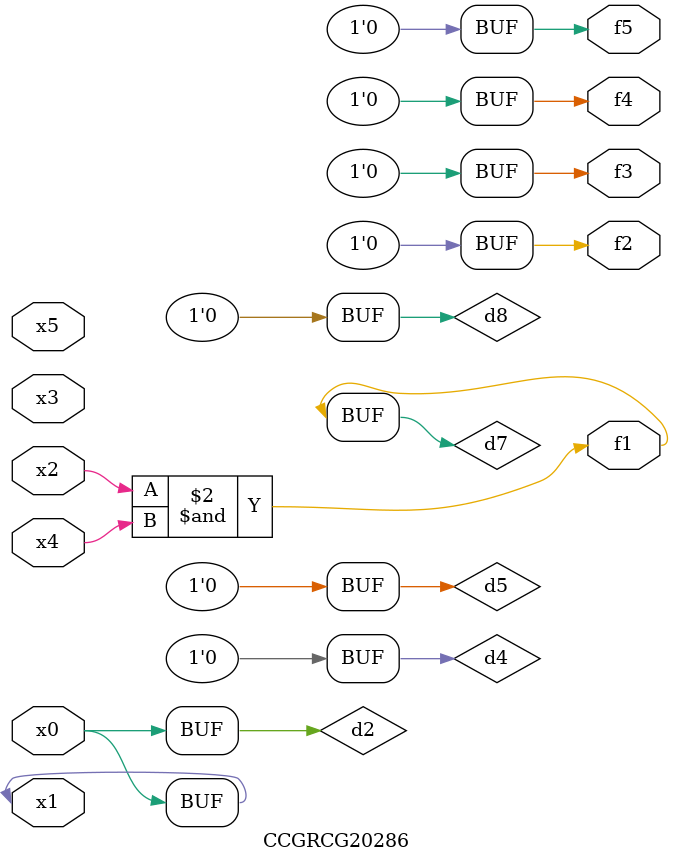
<source format=v>
module CCGRCG20286(
	input x0, x1, x2, x3, x4, x5,
	output f1, f2, f3, f4, f5
);

	wire d1, d2, d3, d4, d5, d6, d7, d8, d9;

	nand (d1, x1);
	buf (d2, x0, x1);
	nand (d3, x2, x4);
	and (d4, d1, d2);
	and (d5, d1, d2);
	nand (d6, d1, d3);
	not (d7, d3);
	xor (d8, d5);
	nor (d9, d5, d6);
	assign f1 = d7;
	assign f2 = d8;
	assign f3 = d8;
	assign f4 = d8;
	assign f5 = d8;
endmodule

</source>
